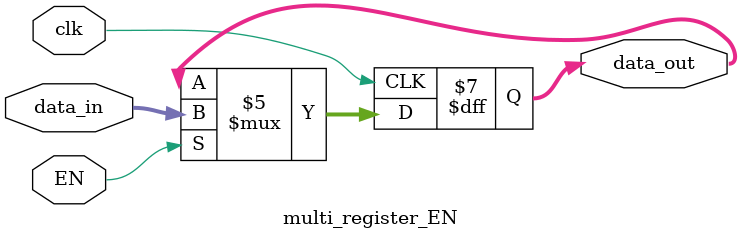
<source format=v>
`timescale 1ns / 1ps

module multi_register_EN(
	EN,		// Ê¹ÄÜÐÅºÅ£¨¸ßÓÐÐ§£©
	clk,		// Ê±ÖÓÐÅºÅ£¨Õý±ßÑØ´¥·¢£©
	data_in,	// ÊäÈëÊý¾Ý
	data_out	// ¼Ä´æÆ÷Êä³ö
);
	
	parameter N = 32;
	input wire EN;
	input wire clk;
	input wire [N - 1 : 0] data_in;
	output reg [N - 1 : 0] data_out;
	
	initial
		data_out = 0;
	
	always @(posedge clk)
		if (EN == 1'b1)
			data_out <= data_in;
		else
			data_out <= data_out;


endmodule

</source>
